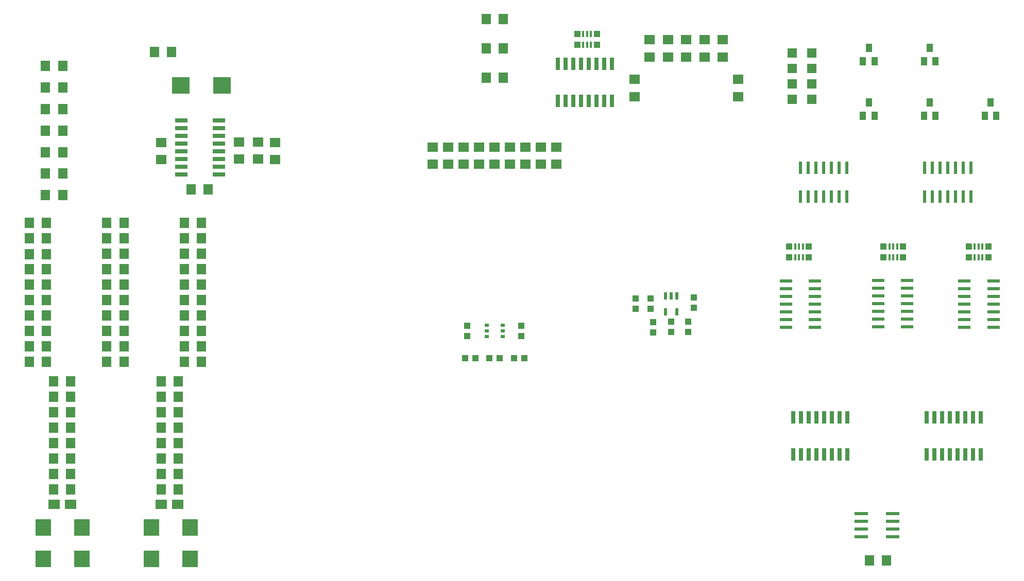
<source format=gbr>
G04 EAGLE Gerber RS-274X export*
G75*
%MOMM*%
%FSLAX34Y34*%
%LPD*%
%INSolderpaste Bottom*%
%IPPOS*%
%AMOC8*
5,1,8,0,0,1.08239X$1,22.5*%
G01*
%ADD10R,1.600000X1.803000*%
%ADD11R,1.600000X1.800000*%
%ADD12R,1.950000X1.500000*%
%ADD13R,2.550000X2.700000*%
%ADD14R,2.057400X0.609600*%
%ADD15R,0.609600X2.057400*%
%ADD16R,0.660400X2.032000*%
%ADD17R,1.500000X1.500000*%
%ADD18R,1.000000X1.400000*%
%ADD19R,2.200000X0.600000*%
%ADD20R,0.800000X0.510000*%
%ADD21R,1.100000X1.000000*%
%ADD22R,1.000000X1.100000*%
%ADD23R,2.032000X0.660400*%
%ADD24R,1.803000X1.600000*%
%ADD25R,1.800000X1.600000*%
%ADD26R,2.950000X2.700000*%
%ADD27R,0.340000X1.000000*%
%ADD28R,1.000000X1.000000*%
%ADD29R,0.550000X1.200000*%


D10*
X138480Y637600D03*
X110040Y637600D03*
X265680Y637600D03*
X237240Y637600D03*
X393380Y637600D03*
X364940Y637600D03*
X138493Y612250D03*
X110053Y612250D03*
X265680Y612200D03*
X237240Y612200D03*
X393380Y612200D03*
X364940Y612200D03*
X138474Y586775D03*
X110034Y586775D03*
X265680Y586800D03*
X237240Y586800D03*
X393380Y586800D03*
X364940Y586800D03*
X138480Y561400D03*
X110040Y561400D03*
X265680Y561400D03*
X237240Y561400D03*
X393380Y561400D03*
X364940Y561400D03*
X138480Y536000D03*
X110040Y536000D03*
X265680Y536000D03*
X237240Y536000D03*
X393380Y536000D03*
X364940Y536000D03*
X138480Y510600D03*
X110040Y510600D03*
X265680Y510600D03*
X237240Y510600D03*
X393380Y510600D03*
X364940Y510600D03*
X138480Y485200D03*
X110040Y485200D03*
X265680Y485200D03*
X237240Y485200D03*
X393380Y485200D03*
X364940Y485200D03*
X138480Y459800D03*
X110040Y459800D03*
X265680Y459800D03*
X237240Y459800D03*
X393380Y459800D03*
X364940Y459800D03*
X138480Y434400D03*
X110040Y434400D03*
X265680Y434400D03*
X237240Y434400D03*
X393380Y434400D03*
X364940Y434400D03*
X138480Y409000D03*
X110040Y409000D03*
X265680Y409000D03*
X237240Y409000D03*
X393380Y409000D03*
X364940Y409000D03*
D11*
X326660Y377600D03*
X354660Y377600D03*
X150060Y377600D03*
X178060Y377600D03*
X326660Y352200D03*
X354660Y352200D03*
X150060Y352200D03*
X178060Y352200D03*
X326660Y326800D03*
X354660Y326800D03*
X150060Y326800D03*
X178060Y326800D03*
X326660Y301400D03*
X354660Y301400D03*
X150060Y301400D03*
X178060Y301400D03*
X326660Y276000D03*
X354660Y276000D03*
X150060Y276000D03*
X178060Y276000D03*
X326660Y250600D03*
X354660Y250600D03*
X150060Y250600D03*
X178060Y250600D03*
X326660Y225200D03*
X354660Y225200D03*
X150060Y225200D03*
X178060Y225200D03*
X326660Y199800D03*
X354660Y199800D03*
X150060Y199800D03*
X178060Y199800D03*
D12*
X326760Y175000D03*
X354260Y175000D03*
X150760Y175000D03*
X178260Y175000D03*
D13*
X310760Y137000D03*
X374260Y137000D03*
X132760Y137000D03*
X196260Y137000D03*
D10*
X315780Y919200D03*
X344220Y919200D03*
X165120Y895900D03*
X136680Y895900D03*
X165120Y860500D03*
X136680Y860500D03*
X165120Y825100D03*
X136680Y825100D03*
X165120Y789700D03*
X136680Y789700D03*
X165120Y754300D03*
X136680Y754300D03*
X165120Y718900D03*
X136680Y718900D03*
X165120Y683500D03*
X136680Y683500D03*
D14*
X1401606Y542400D03*
X1401606Y529700D03*
X1401606Y517000D03*
X1401606Y504300D03*
X1401606Y491600D03*
X1401606Y478900D03*
X1401606Y466200D03*
X1353600Y466200D03*
X1353600Y478900D03*
X1353600Y491600D03*
X1353600Y504300D03*
X1353600Y517000D03*
X1353600Y529700D03*
X1353600Y542400D03*
X1553106Y543400D03*
X1553106Y530700D03*
X1553106Y518000D03*
X1553106Y505300D03*
X1553106Y492600D03*
X1553106Y479900D03*
X1553106Y467200D03*
X1505100Y467200D03*
X1505100Y479900D03*
X1505100Y492600D03*
X1505100Y505300D03*
X1505100Y518000D03*
X1505100Y530700D03*
X1505100Y543400D03*
X1695006Y542400D03*
X1695006Y529700D03*
X1695006Y517000D03*
X1695006Y504300D03*
X1695006Y491600D03*
X1695006Y478900D03*
X1695006Y466200D03*
X1647000Y466200D03*
X1647000Y478900D03*
X1647000Y491600D03*
X1647000Y504300D03*
X1647000Y517000D03*
X1647000Y529700D03*
X1647000Y542400D03*
D15*
X1377700Y729006D03*
X1390400Y729006D03*
X1403100Y729006D03*
X1415800Y729006D03*
X1428500Y729006D03*
X1441200Y729006D03*
X1453900Y729006D03*
X1453900Y681000D03*
X1441200Y681000D03*
X1428500Y681000D03*
X1415800Y681000D03*
X1403100Y681000D03*
X1390400Y681000D03*
X1377700Y681000D03*
X1581600Y729006D03*
X1594300Y729006D03*
X1607000Y729006D03*
X1619700Y729006D03*
X1632400Y729006D03*
X1645100Y729006D03*
X1657800Y729006D03*
X1657800Y681000D03*
X1645100Y681000D03*
X1632400Y681000D03*
X1619700Y681000D03*
X1607000Y681000D03*
X1594300Y681000D03*
X1581600Y681000D03*
D16*
X1455050Y256866D03*
X1455050Y318334D03*
X1442350Y256866D03*
X1429650Y256866D03*
X1442350Y318334D03*
X1429650Y318334D03*
X1416950Y256866D03*
X1416950Y318334D03*
X1404250Y256866D03*
X1404250Y318334D03*
X1391550Y256866D03*
X1378850Y256866D03*
X1391550Y318334D03*
X1378850Y318334D03*
X1366150Y256866D03*
X1366150Y318334D03*
X1674050Y256866D03*
X1674050Y318334D03*
X1661350Y256866D03*
X1648650Y256866D03*
X1661350Y318334D03*
X1648650Y318334D03*
X1635950Y256866D03*
X1635950Y318334D03*
X1623250Y256866D03*
X1623250Y318334D03*
X1610550Y256866D03*
X1597850Y256866D03*
X1610550Y318334D03*
X1597850Y318334D03*
X1585150Y256866D03*
X1585150Y318334D03*
D17*
X1363900Y917700D03*
X1395900Y917700D03*
X1363900Y892300D03*
X1395900Y892300D03*
X1363900Y866900D03*
X1395900Y866900D03*
X1363900Y841500D03*
X1395900Y841500D03*
D18*
X1490000Y926000D03*
X1480500Y904000D03*
X1499500Y904000D03*
X1590000Y926000D03*
X1580500Y904000D03*
X1599500Y904000D03*
X1490000Y836000D03*
X1480500Y814000D03*
X1499500Y814000D03*
X1590000Y836000D03*
X1580500Y814000D03*
X1599500Y814000D03*
X1690000Y836000D03*
X1680500Y814000D03*
X1699500Y814000D03*
D19*
X1477294Y134664D03*
X1529294Y134664D03*
X1477294Y121964D03*
X1477294Y147364D03*
X1477294Y160064D03*
X1529294Y121964D03*
X1529294Y147364D03*
X1529294Y160064D03*
D11*
X1518794Y82814D03*
X1490794Y82814D03*
D20*
X862000Y450500D03*
X862000Y460000D03*
X862000Y469500D03*
X888000Y469500D03*
X888000Y460000D03*
X888000Y450500D03*
D21*
X919000Y451400D03*
X919000Y468400D03*
X830000Y468600D03*
X830000Y451600D03*
D22*
X843600Y415000D03*
X826600Y415000D03*
D23*
X421734Y806450D03*
X360266Y806450D03*
X421734Y793750D03*
X421734Y781050D03*
X360266Y793750D03*
X360266Y781050D03*
X421734Y768350D03*
X360266Y768350D03*
X421734Y755650D03*
X360266Y755650D03*
X421734Y742950D03*
X421734Y730250D03*
X360266Y742950D03*
X360266Y730250D03*
X421734Y717550D03*
X360266Y717550D03*
D24*
X1130000Y939220D03*
X1130000Y910780D03*
X1160000Y939220D03*
X1160000Y910780D03*
X1105000Y874220D03*
X1105000Y845780D03*
X1275000Y874220D03*
X1275000Y845780D03*
X1190000Y910780D03*
X1190000Y939220D03*
X1250000Y939220D03*
X1250000Y910780D03*
X1220000Y939220D03*
X1220000Y910780D03*
D16*
X978550Y899734D03*
X978550Y838266D03*
X991250Y899734D03*
X1003950Y899734D03*
X991250Y838266D03*
X1003950Y838266D03*
X1016650Y899734D03*
X1016650Y838266D03*
X1029350Y899734D03*
X1029350Y838266D03*
X1042050Y899734D03*
X1054750Y899734D03*
X1042050Y838266D03*
X1054750Y838266D03*
X1067450Y899734D03*
X1067450Y838266D03*
D24*
X773200Y762720D03*
X773200Y734280D03*
X798600Y762720D03*
X798600Y734280D03*
X824000Y762720D03*
X824000Y734280D03*
X849400Y762720D03*
X849400Y734280D03*
X874800Y762720D03*
X874800Y734280D03*
X900200Y762720D03*
X900200Y734280D03*
X925600Y762720D03*
X925600Y734280D03*
X951000Y762720D03*
X951000Y734280D03*
X976400Y762720D03*
X976400Y734280D03*
D10*
X860780Y877000D03*
X889220Y877000D03*
X860780Y925000D03*
X889220Y925000D03*
X860780Y973000D03*
X889220Y973000D03*
D25*
X327000Y770000D03*
X327000Y742000D03*
X455000Y771000D03*
X455000Y743000D03*
D11*
X404000Y693000D03*
X376000Y693000D03*
D25*
X514000Y742000D03*
X514000Y770000D03*
D26*
X427000Y864000D03*
X359500Y864000D03*
D24*
X486000Y771220D03*
X486000Y742780D03*
D27*
X1375400Y599100D03*
X1381800Y599100D03*
X1369000Y599100D03*
D28*
X1359400Y599100D03*
X1391400Y599100D03*
D27*
X1375400Y581100D03*
X1369000Y581100D03*
X1381800Y581100D03*
D28*
X1391400Y581100D03*
X1359400Y581100D03*
D27*
X1530400Y599100D03*
X1536800Y599100D03*
X1524000Y599100D03*
D28*
X1514400Y599100D03*
X1546400Y599100D03*
D27*
X1530400Y581100D03*
X1524000Y581100D03*
X1536800Y581100D03*
D28*
X1546400Y581100D03*
X1514400Y581100D03*
D27*
X1670400Y599100D03*
X1676800Y599100D03*
X1664000Y599100D03*
D28*
X1654400Y599100D03*
X1686400Y599100D03*
D27*
X1670400Y581100D03*
X1664000Y581100D03*
X1676800Y581100D03*
D28*
X1686400Y581100D03*
X1654400Y581100D03*
D27*
X1027000Y949000D03*
X1033400Y949000D03*
X1020600Y949000D03*
D28*
X1011000Y949000D03*
X1043000Y949000D03*
D27*
X1027000Y931000D03*
X1020600Y931000D03*
X1033400Y931000D03*
D28*
X1043000Y931000D03*
X1011000Y931000D03*
D21*
X1131500Y496700D03*
X1131500Y513700D03*
D29*
X1155800Y517601D03*
X1165300Y517601D03*
X1174800Y517601D03*
X1174800Y491599D03*
X1155800Y491599D03*
D21*
X1106725Y496700D03*
X1106725Y513700D03*
X1202475Y514900D03*
X1202475Y497900D03*
X1192925Y458175D03*
X1192925Y475175D03*
X1164925Y458250D03*
X1164925Y475250D03*
X1135100Y457575D03*
X1135100Y474575D03*
D22*
X923600Y415000D03*
X906600Y415000D03*
X883600Y415000D03*
X866600Y415000D03*
D13*
X311010Y85000D03*
X374510Y85000D03*
X133010Y85000D03*
X196510Y85000D03*
M02*

</source>
